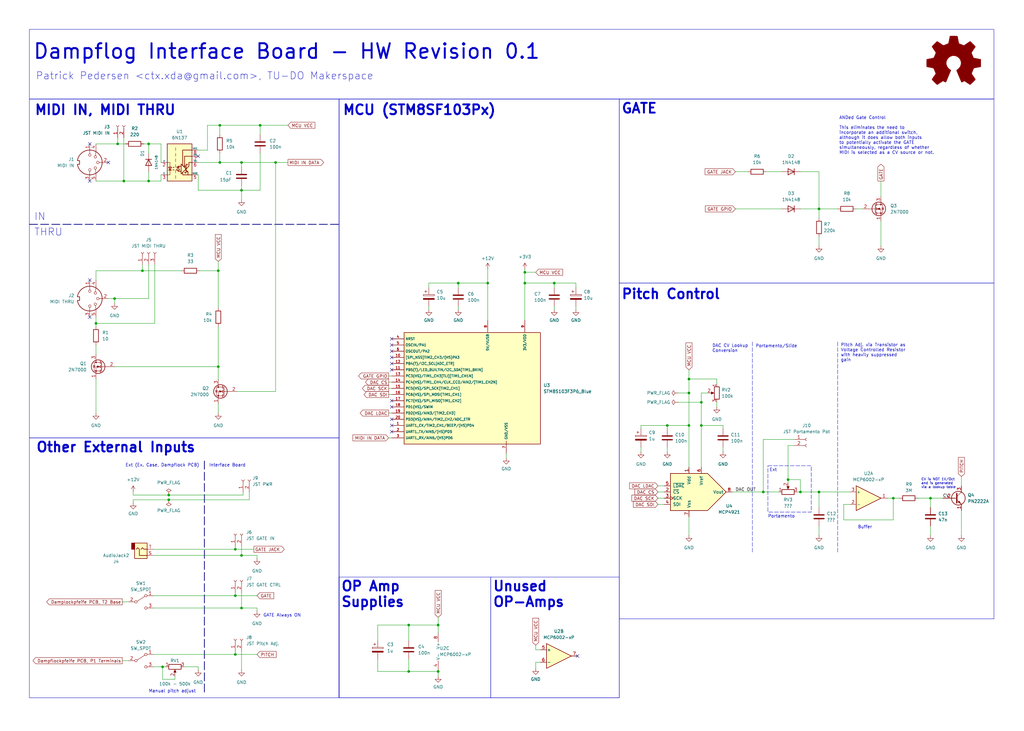
<source format=kicad_sch>
(kicad_sch (version 20230121) (generator eeschema)
  (paper "User" 419.989 299.999)
  (title_block (title "Dampflog Interface Board") (date "2023-09-05") (rev "0.1") (company "TU-DO Makerspace") (comment 8 "Email: ctx.xda@gmail.com") (comment 9 "Author: Patrick Pedersen"))
  (lib_symbols
    (symbol "Amplifier_Operational:MCP6002-xP" (pin_names (offset 0.127))
      (property "Reference" "U" (at 0 5.08 0))
      (property "Value" "MCP6002-xP" (at 0 -5.08 0))
      (symbol "MCP6002-xP_1_1"
        (pin output line (at 7.62 0 180) (length 2.54) (name "~") (number "1"))
        (pin input line (at -7.62 -2.54 0) (length 2.54) (name "-") (number "2"))
        (pin input line (at -7.62 2.54 0) (length 2.54) (name "+") (number "3"))
      )
      (symbol "MCP6002-xP_2_1"
        (pin input line (at -7.62 2.54 0) (length 2.54) (name "+") (number "5"))
        (pin input line (at -7.62 -2.54 0) (length 2.54) (name "-") (number "6"))
        (pin output line (at 7.62 0 180) (length 2.54) (name "~") (number "7"))
      )
      (symbol "MCP6002-xP_3_1"
        (pin power_in line (at -2.54 -7.62 90) (length 3.81) (name "V-") (number "4"))
        (pin power_in line (at -2.54 7.62 270) (length 3.81) (name "V+") (number "8"))
      )
    )
    (symbol "Analog_DAC:MCP4921" (pin_names (offset 1.016))
      (property "Reference" "U" (at 6.35 10.795 0))
      (property "Value" "MCP4921" (at 6.35 8.89 0))
      (symbol "MCP4921_1_1"
        (pin power_in line (at 0 10.16 270) (length 2.54) (name "Vdd") (number "1"))
        (pin input line (at -10.16 0 0) (length 2.54) (name "~{CS}") (number "2"))
        (pin input clock (at -10.16 -2.54 0) (length 2.54) (name "SCK") (number "3"))
        (pin input line (at -10.16 -5.08 0) (length 2.54) (name "SDI") (number "4"))
        (pin input line (at -10.16 2.54 0) (length 2.54) (name "~{LDAC}") (number "5"))
        (pin power_in line (at 5.08 10.16 270) (length 2.54) (name "Vref") (number "6"))
        (pin power_in line (at 0 -10.16 90) (length 2.54) (name "Vss") (number "7"))
        (pin output line (at 17.78 0 180) (length 2.54) (name "Vout") (number "8"))
      )
    )
    (symbol "Connector:Conn_01x02_Socket" (pin_names (offset 1.016) hide)
      (property "Reference" "J" (at 0 2.54 0))
      (property "Value" "Conn_01x02_Socket" (at 0 -5.08 0))
      (symbol "Conn_01x02_Socket_1_1"
        (pin passive line (at -5.08 0 0) (length 3.81) (name "Pin_1") (number "1"))
        (pin passive line (at -5.08 -2.54 0) (length 3.81) (name "Pin_2") (number "2"))
      )
    )
    (symbol "Connector:Conn_01x03_Socket" (pin_names (offset 1.016) hide)
      (property "Reference" "J" (at 0 5.08 0))
      (property "Value" "Conn_01x03_Socket" (at 0 -5.08 0))
      (symbol "Conn_01x03_Socket_1_1"
        (pin passive line (at -5.08 2.54 0) (length 3.81) (name "Pin_1") (number "1"))
        (pin passive line (at -5.08 0 0) (length 3.81) (name "Pin_2") (number "2"))
        (pin passive line (at -5.08 -2.54 0) (length 3.81) (name "Pin_3") (number "3"))
      )
    )
    (symbol "Connector:DIN-5_180degree" (pin_names (offset 1.016))
      (property "Reference" "J" (at 3.175 5.715 0))
      (property "Value" "DIN-5_180degree" (at 0 -6.35 0))
      (symbol "DIN-5_180degree_1_1"
        (pin passive line (at -7.62 0 0) (length 2.54) (name "~") (number "1"))
        (pin passive line (at 0 7.62 270) (length 2.54) (name "~") (number "2"))
        (pin passive line (at 7.62 0 180) (length 2.54) (name "~") (number "3"))
        (pin passive line (at -7.62 2.54 0) (length 2.54) (name "~") (number "4"))
        (pin passive line (at 7.62 2.54 180) (length 2.54) (name "~") (number "5"))
      )
    )
    (symbol "Connector_Audio:AudioJack2"
      (property "Reference" "J" (at 0 8.89 0))
      (property "Value" "AudioJack2" (at 0 6.35 0))
      (symbol "AudioJack2_1_1"
        (pin passive line (at 5.08 2.54 180) (length 2.54) (name "~") (number "S"))
        (pin passive line (at 5.08 0 180) (length 2.54) (name "~") (number "T"))
      )
    )
    (symbol "D_1" (pin_numbers hide) (pin_names (offset 1.016) hide)
      (property "Reference" "D" (at 0 2.54 0))
      (property "Value" "D" (at 0 -2.54 0))
      (symbol "D_1_1_1"
        (pin passive line (at -3.81 0 0) (length 2.54) (name "K") (number "1"))
        (pin passive line (at 3.81 0 180) (length 2.54) (name "A") (number "2"))
      )
    )
    (symbol "Device:C" (pin_numbers hide) (pin_names (offset 0.254))
      (property "Reference" "C" (at 0.635 2.54 0))
      (property "Value" "C" (at 0.635 -2.54 0))
      (symbol "C_1_1"
        (pin passive line (at 0 3.81 270) (length 2.794) (name "~") (number "1"))
        (pin passive line (at 0 -3.81 90) (length 2.794) (name "~") (number "2"))
      )
    )
    (symbol "Device:C_Polarized" (pin_numbers hide) (pin_names (offset 0.254))
      (property "Reference" "C" (at 0.635 2.54 0))
      (property "Value" "C_Polarized" (at 0.635 -2.54 0))
      (symbol "C_Polarized_1_1"
        (pin passive line (at 0 3.81 270) (length 2.794) (name "~") (number "1"))
        (pin passive line (at 0 -3.81 90) (length 2.794) (name "~") (number "2"))
      )
    )
    (symbol "Device:D" (pin_numbers hide) (pin_names (offset 1.016) hide)
      (property "Reference" "D" (at 0 2.54 0))
      (property "Value" "D" (at 0 -2.54 0))
      (symbol "D_1_1"
        (pin passive line (at -3.81 0 0) (length 2.54) (name "K") (number "1"))
        (pin passive line (at 3.81 0 180) (length 2.54) (name "A") (number "2"))
      )
    )
    (symbol "Device:R" (pin_numbers hide) (pin_names (offset 0))
      (property "Reference" "R" (at 2.032 0 90))
      (property "Value" "R" (at 0 0 90))
      (symbol "R_1_1"
        (pin passive line (at 0 3.81 270) (length 1.27) (name "~") (number "1"))
        (pin passive line (at 0 -3.81 90) (length 1.27) (name "~") (number "2"))
      )
    )
    (symbol "Device:R_Potentiometer" (pin_names (offset 1.016) hide)
      (property "Reference" "RV" (at -4.445 0 90))
      (property "Value" "R_Potentiometer" (at -2.54 0 90))
      (symbol "R_Potentiometer_1_1"
        (pin passive line (at 0 3.81 270) (length 1.27) (name "1") (number "1"))
        (pin passive line (at 3.81 0 180) (length 1.27) (name "2") (number "2"))
        (pin passive line (at 0 -3.81 90) (length 1.27) (name "3") (number "3"))
      )
    )
    (symbol "GND_1" (power) (pin_names (offset 0))
      (property "Value" "GND_1" (at 0 -3.81 0))
      (symbol "GND_1_1_1"
        (pin power_in line (at 0 0 270) (length 0) hide (name "GND") (number "1"))
      )
    )
    (symbol "GND_2" (power) (pin_names (offset 0))
      (property "Value" "GND_2" (at 0 -3.81 0))
      (symbol "GND_2_1_1"
        (pin power_in line (at 0 0 270) (length 0) hide (name "GND") (number "1"))
      )
    )
    (symbol "GND_3" (power) (pin_names (offset 0))
      (property "Value" "GND_3" (at 0 -3.81 0))
      (symbol "GND_3_1_1"
        (pin power_in line (at 0 0 270) (length 0) hide (name "GND") (number "1"))
      )
    )
    (symbol "GND_4" (power) (pin_names (offset 0))
      (property "Value" "GND_4" (at 0 -3.81 0))
      (symbol "GND_4_1_1"
        (pin power_in line (at 0 0 270) (length 0) hide (name "GND") (number "1"))
      )
    )
    (symbol "GND_5" (power) (pin_names (offset 0))
      (property "Value" "GND_5" (at 0 -3.81 0))
      (symbol "GND_5_1_1"
        (pin power_in line (at 0 0 270) (length 0) hide (name "GND") (number "1"))
      )
    )
    (symbol "Graphic:Logo_Open_Hardware_Large" (in_bom no) (on_board no))
    (symbol "Isolator:6N137" (pin_names (offset 0))
      (property "Reference" "U" (at -4.064 8.89 0))
      (property "Value" "6N137" (at 0 -8.89 0))
      (symbol "6N137_1_1"
        (pin no_connect line (at -5.08 5.08 0) (length 2.54) hide (name "NC") (number "1"))
        (pin passive line (at -7.62 0 0) (length 2.54) (name "A") (number "2"))
        (pin passive line (at -7.62 -5.08 0) (length 2.54) (name "C") (number "3"))
        (pin power_in line (at 7.62 -5.08 180) (length 2.54) (name "GND") (number "5"))
        (pin open_collector line (at 7.62 0 180) (length 2.54) (name "VO") (number "6"))
        (pin input line (at 7.62 2.54 180) (length 2.54) (name "EN") (number "7"))
        (pin power_in line (at 7.62 5.08 180) (length 2.54) (name "VCC") (number "8"))
      )
    )
    (symbol "STM8S103F3P6_Blue_KiCAD:STM8S103F3P6_Blue"
      (property "Reference" "U" (at -25.4 -24.13 0))
      (property "Value" "STM8S103F3P6_Blue" (at -16.51 -26.67 0))
      (symbol "STM8S103F3P6_Blue_0_0"
        (pin bidirectional line (at -31.75 -13.97 0) (length 5.08) (name "UART1_CK/TIM2_CH1/BEEP/(HS)PD4") (number "1"))
        (pin bidirectional line (at -31.75 13.97 0) (length 5.08) (name "[SPI_NSS]TIM2_CH3/(HS)PA3") (number "10"))
        (pin bidirectional line (at -31.75 8.89 0) (length 5.08) (name "PB5(T)/LED_BUILTIN/I2C_SDA[TIM1_BKIN]") (number "11"))
        (pin bidirectional line (at -31.75 11.43 0) (length 5.08) (name "PB4(T)/I2C_SCL[ADC_ETR]") (number "12"))
        (pin bidirectional line (at -31.75 6.35 0) (length 5.08) (name "PC3(HS)/TIM1_CH3[TLI][TIM1_CH1N]") (number "13"))
        (pin bidirectional line (at -31.75 3.81 0) (length 5.08) (name "PC4(HS)/TIM1_CH4/CLK_CCO/AIN2/[TIM1_CH2N]") (number "14"))
        (pin bidirectional line (at -31.75 1.27 0) (length 5.08) (name "PC5(HS)/SPI_SCK[TIM2_CH1]") (number "15"))
        (pin bidirectional line (at -31.75 -1.27 0) (length 5.08) (name "PC6(HS)/SPI_MOSI[TIM1_CH1]") (number "16"))
        (pin bidirectional line (at -31.75 -3.81 0) (length 5.08) (name "PC7(HS)/SPI_MISO[TIM1_CH2]") (number "17"))
        (pin bidirectional line (at -31.75 -6.35 0) (length 5.08) (name "PD1(HS)/SWIM") (number "18"))
        (pin bidirectional line (at -31.75 -8.89 0) (length 5.08) (name "PD2(HS)/AIN3/[TIM2_CH3]") (number "19"))
        (pin bidirectional line (at -31.75 -16.51 0) (length 5.08) (name "UART1_TX/AIN5/(HS)PD5") (number "2"))
        (pin bidirectional line (at -31.75 -11.43 0) (length 5.08) (name "PD3(HS)/AIN4/TIM2_CH2/ADC_ETR") (number "20"))
        (pin bidirectional line (at -31.75 -19.05 0) (length 5.08) (name "UART1_RX/AIN6/(HS)PD6") (number "3"))
        (pin bidirectional line (at -31.75 21.59 0) (length 5.08) (name "NRST") (number "4"))
        (pin bidirectional line (at -31.75 19.05 0) (length 5.08) (name "OSCIN/PA1") (number "5"))
        (pin bidirectional line (at -31.75 16.51 0) (length 5.08) (name "OSCOUT/PA2") (number "6"))
        (pin power_in line (at 15.24 -25.4 90) (length 5.08) (name "GND/VSS") (number "7"))
        (pin passive line (at 7.62 29.21 270) (length 5.08) (name "5V/VUSB") (number "8"))
        (pin power_in line (at 22.86 29.21 270) (length 5.08) (name "3V3/VDD") (number "9"))
      )
    )
    (symbol "Switch:SW_SPDT" (pin_names (offset 0) hide)
      (property "Reference" "SW" (at 0 4.318 0))
      (property "Value" "SW_SPDT" (at 0 -5.08 0))
      (symbol "SW_SPDT_1_1"
        (pin passive line (at 5.08 2.54 180) (length 2.54) (name "A") (number "1"))
        (pin passive line (at -5.08 0 0) (length 2.54) (name "B") (number "2"))
        (pin passive line (at 5.08 -2.54 180) (length 2.54) (name "C") (number "3"))
      )
    )
    (symbol "Transistor_BJT:PN2222A" (pin_names (offset 0) hide)
      (property "Reference" "Q" (at 5.08 1.905 0))
      (property "Value" "PN2222A" (at 5.08 0 0))
      (symbol "PN2222A_1_1"
        (pin passive line (at 2.54 -5.08 90) (length 2.54) (name "E") (number "1"))
        (pin input line (at -5.08 0 0) (length 5.08) (name "B") (number "2"))
        (pin passive line (at 2.54 5.08 270) (length 2.54) (name "C") (number "3"))
      )
    )
    (symbol "Transistor_FET:2N7000" (pin_names hide)
      (property "Reference" "Q" (at 5.08 1.905 0))
      (property "Value" "2N7000" (at 5.08 0 0))
      (symbol "2N7000_1_1"
        (pin passive line (at 2.54 -5.08 90) (length 2.54) (name "S") (number "1"))
        (pin input line (at -5.08 0 0) (length 2.54) (name "G") (number "2"))
        (pin passive line (at 2.54 5.08 270) (length 2.54) (name "D") (number "3"))
      )
    )
    (symbol "power:+12V" (power) (pin_names (offset 0))
      (property "Value" "+12V" (at 0 3.556 0))
      (symbol "+12V_1_1"
        (pin power_in line (at 0 0 90) (length 0) hide (name "+12V") (number "1"))
      )
    )
    (symbol "power:+3V3" (power) (pin_names (offset 0))
      (property "Value" "+3V3" (at 0 3.556 0))
      (symbol "+3V3_1_1"
        (pin power_in line (at 0 0 90) (length 0) hide (name "+3V3") (number "1"))
      )
    )
    (symbol "power:GND" (power) (pin_names (offset 0))
      (property "Value" "GND" (at 0 -3.81 0))
      (symbol "GND_1_1"
        (pin power_in line (at 0 0 270) (length 0) hide (name "GND") (number "1"))
      )
    )
    (symbol "power:PWR_FLAG" (power) (pin_numbers hide) (pin_names (offset 0) hide)
      (property "Value" "PWR_FLAG" (at 0 3.81 0))
      (symbol "PWR_FLAG_0_0"
        (pin power_out line (at 0 0 90) (length 0) (name "pwr") (number "1"))
      )
    )
  )
  (junction (at 328.295 201.93))
  (junction (at 50.8 74.295))
  (junction (at 106.68 51.435))
  (junction (at 60.96 74.295))
  (junction (at 66.675 273.685))
  (junction (at 335.915 85.725))
  (junction (at 179.705 275.59))
  (junction (at 60.96 59.055))
  (junction (at 287.655 165.1))
  (junction (at 99.06 249.555))
  (junction (at 99.06 78.105))
  (junction (at 99.06 227.965))
  (junction (at 46.99 122.555))
  (junction (at 89.535 150.495))
  (junction (at 179.705 256.54))
  (junction (at 48.26 59.055))
  (junction (at 96.52 225.425))
  (junction (at 335.915 201.93))
  (junction (at 167.64 275.59))
  (junction (at 200.025 116.205))
  (junction (at 323.215 196.85))
  (junction (at 96.52 268.605))
  (junction (at 69.215 203.2))
  (junction (at 187.96 116.205))
  (junction (at 282.575 161.29))
  (junction (at 287.655 174.625))
  (junction (at 215.265 116.205))
  (junction (at 215.265 111.76))
  (junction (at 39.37 132.715))
  (junction (at 58.42 111.125))
  (junction (at 90.17 66.675))
  (junction (at 313.055 201.93))
  (junction (at 90.17 51.435))
  (junction (at 282.575 174.625))
  (junction (at 366.395 204.47))
  (junction (at 273.685 174.625))
  (junction (at 99.06 66.675))
  (junction (at 113.03 66.675))
  (junction (at 89.535 111.125))
  (junction (at 69.215 205.105))
  (junction (at 227.33 116.205))
  (junction (at 381.635 204.47))
  (junction (at 167.64 256.54))
  (junction (at 282.575 155.575))
  (junction (at 96.52 244.475))
  (no_connect (at 81.28 64.135))
  (no_connect (at 160.655 174.625))
  (no_connect (at 236.855 269.24))
  (no_connect (at 160.655 144.145))
  (no_connect (at 160.655 146.685))
  (no_connect (at 160.655 149.225))
  (no_connect (at 36.83 74.295))
  (no_connect (at 160.655 141.605))
  (no_connect (at 44.45 66.675))
  (no_connect (at 160.655 177.165))
  (no_connect (at 160.655 167.005))
  (no_connect (at 36.83 59.055))
  (no_connect (at 36.83 114.935))
  (no_connect (at 160.655 164.465))
  (no_connect (at 160.655 172.085))
  (no_connect (at 36.83 130.175))
  (no_connect (at 160.655 139.065))
  (no_connect (at 160.655 151.765))
  (wire (pts (xy 48.26 59.055) (xy 51.435 59.055)))
  (wire (pts (xy 62.865 249.555) (xy 99.06 249.555)))
  (wire (pts (xy 99.06 267.335) (xy 99.06 274.955)))
  (wire (pts (xy 313.055 201.93) (xy 319.405 201.93)))
  (wire (pts (xy 66.04 71.755) (xy 66.04 74.295)))
  (wire (pts (xy 282.575 174.625) (xy 282.575 191.77)))
  (wire (pts (xy 39.37 74.295) (xy 50.8 74.295)))
  (wire (pts (xy 335.915 215.9) (xy 335.915 219.71)))
  (wire (pts (xy 335.915 97.155) (xy 335.915 100.965)))
  (wire (pts (xy 39.37 155.575) (xy 39.37 169.545)))
  (wire (pts (xy 81.28 71.755) (xy 81.28 78.105)))
  (wire (pts (xy 215.265 116.205) (xy 215.265 131.445)))
  (wire (pts (xy 361.315 74.295) (xy 361.315 80.645)))
  (wire (pts (xy 63.5 132.715) (xy 39.37 132.715)))
  (wire (pts (xy 219.71 271.78) (xy 219.71 274.32)))
  (wire (pts (xy 69.215 203.2) (xy 54.61 203.2)))
  (wire (pts (xy 219.71 264.795) (xy 219.71 266.7)))
  (wire (pts (xy 175.895 116.205) (xy 187.96 116.205)))
  (wire (pts (xy 105.41 250.825) (xy 105.41 249.555)))
  (wire (pts (xy 39.37 141.605) (xy 39.37 145.415)))
  (wire (pts (xy 99.06 78.105) (xy 106.68 78.105)))
  (wire (pts (xy 85.09 51.435) (xy 90.17 51.435)))
  (wire (pts (xy 89.535 111.125) (xy 89.535 126.365)))
  (wire (pts (xy 167.64 275.59) (xy 179.705 275.59)))
  (wire (pts (xy 90.17 62.865) (xy 90.17 66.675)))
  (wire (pts (xy 300.355 201.93) (xy 313.055 201.93)))
  (wire (pts (xy 227.33 118.11) (xy 227.33 116.205)))
  (wire (pts (xy 96.52 225.425) (xy 104.14 225.425)))
  (wire (pts (xy 66.04 66.675) (xy 66.04 59.055)))
  (wire (pts (xy 179.705 256.54) (xy 179.705 259.715)))
  (wire (pts (xy 262.89 174.625) (xy 273.685 174.625)))
  (wire (pts (xy 287.655 165.1) (xy 287.655 174.625)))
  (wire (pts (xy 85.09 51.435) (xy 85.09 61.595)))
  (wire (pts (xy 154.94 270.51) (xy 154.94 275.59)))
  (wire (pts (xy 394.335 195.58) (xy 394.335 199.39)))
  (wire (pts (xy 105.41 244.475) (xy 96.52 244.475)))
  (wire (pts (xy 159.385 154.305) (xy 160.655 154.305)))
  (wire (pts (xy 99.06 66.675) (xy 90.17 66.675)))
  (wire (pts (xy 287.655 174.625) (xy 287.655 191.77)))
  (wire (pts (xy 273.685 183.515) (xy 273.685 185.42)))
  (wire (pts (xy 74.295 111.125) (xy 58.42 111.125)))
  (wire (pts (xy 81.28 61.595) (xy 85.09 61.595)))
  (wire (pts (xy 99.06 249.555) (xy 105.41 249.555)))
  (wire (pts (xy 89.535 107.315) (xy 89.535 111.125)))
  (wire (pts (xy 99.695 203.2) (xy 69.215 203.2)))
  (wire (pts (xy 323.215 196.85) (xy 328.295 196.85)))
  (wire (pts (xy 175.895 116.205) (xy 175.895 118.11)))
  (wire (pts (xy 113.03 66.675) (xy 113.03 160.655)))
  (wire (pts (xy 227.33 116.205) (xy 215.265 116.205)))
  (wire (pts (xy 106.68 51.435) (xy 118.11 51.435)))
  (wire (pts (xy 200.025 110.49) (xy 200.025 116.205)))
  (wire (pts (xy 236.22 116.205) (xy 236.22 118.11)))
  (wire (pts (xy 154.94 275.59) (xy 167.64 275.59)))
  (wire (pts (xy 167.64 270.51) (xy 167.64 275.59)))
  (wire (pts (xy 105.41 268.605) (xy 96.52 268.605)))
  (wire (pts (xy 366.395 204.47) (xy 366.395 213.36)))
  (wire (pts (xy 282.575 174.625) (xy 282.575 161.29)))
  (wire (pts (xy 313.055 180.34) (xy 325.755 180.34)))
  (wire (pts (xy 89.535 165.735) (xy 89.535 169.545)))
  (wire (pts (xy 296.545 183.515) (xy 296.545 185.42)))
  (wire (pts (xy 60.96 59.055) (xy 66.04 59.055)))
  (wire (pts (xy 66.675 273.685) (xy 67.945 273.685)))
  (wire (pts (xy 187.96 125.73) (xy 187.96 127)))
  (wire (pts (xy 58.42 111.125) (xy 39.37 111.125)))
  (wire (pts (xy 381.635 204.47) (xy 381.635 208.28)))
  (wire (pts (xy 66.675 273.685) (xy 66.675 278.765)))
  (wire (pts (xy 328.295 196.85) (xy 328.295 201.93)))
  (wire (pts (xy 301.625 85.725) (xy 320.675 85.725)))
  (wire (pts (xy 71.755 278.765) (xy 66.675 278.765)))
  (wire (pts (xy 96.52 267.335) (xy 96.52 268.605)))
  (wire (pts (xy 187.96 116.205) (xy 200.025 116.205)))
  (wire (pts (xy 46.99 122.555) (xy 44.45 122.555)))
  (wire (pts (xy 96.52 224.155) (xy 96.52 225.425)))
  (wire (pts (xy 335.915 201.93) (xy 348.615 201.93)))
  (wire (pts (xy 159.385 169.545) (xy 160.655 169.545)))
  (wire (pts (xy 323.215 182.88) (xy 323.215 196.85)))
  (wire (pts (xy 207.645 186.055) (xy 207.645 187.96)))
  (wire (pts (xy 62.865 268.605) (xy 96.52 268.605)))
  (wire (pts (xy 282.575 151.765) (xy 282.575 155.575)))
  (wire (pts (xy 219.71 271.78) (xy 221.615 271.78)))
  (wire (pts (xy 215.265 111.76) (xy 215.265 116.205)))
  (wire (pts (xy 60.96 70.485) (xy 60.96 74.295)))
  (wire (pts (xy 294.005 165.1) (xy 294.005 167.005)))
  (wire (pts (xy 215.265 110.49) (xy 215.265 111.76)))
  (wire (pts (xy 60.96 122.555) (xy 60.96 108.585)))
  (wire (pts (xy 262.89 175.895) (xy 262.89 174.625)))
  (wire (pts (xy 50.8 56.515) (xy 50.8 74.295)))
  (wire (pts (xy 62.865 225.425) (xy 96.52 225.425)))
  (wire (pts (xy 54.61 201.93) (xy 54.61 203.2)))
  (wire (pts (xy 99.06 227.965) (xy 105.41 227.965)))
  (wire (pts (xy 89.535 155.575) (xy 89.535 150.495)))
  (wire (pts (xy 62.865 273.685) (xy 66.675 273.685)))
  (wire (pts (xy 335.915 89.535) (xy 335.915 85.725)))
  (wire (pts (xy 282.575 155.575) (xy 294.005 155.575)))
  (polyline (pts (xy 343.535 140.335) (xy 343.535 226.695)) (stroke (width 0) (type dash)))
  (wire (pts (xy 376.555 204.47) (xy 381.635 204.47)))
  (wire (pts (xy 50.165 247.015) (xy 52.705 247.015)))
  (wire (pts (xy 99.06 243.205) (xy 99.06 249.555)))
  (wire (pts (xy 328.295 201.93) (xy 335.915 201.93)))
  (wire (pts (xy 159.385 156.845) (xy 160.655 156.845)))
  (wire (pts (xy 46.99 150.495) (xy 89.535 150.495)))
  (wire (pts (xy 335.915 70.485) (xy 335.915 85.725)))
  (wire (pts (xy 71.755 277.495) (xy 71.755 278.765)))
  (wire (pts (xy 361.315 90.805) (xy 361.315 100.965)))
  (wire (pts (xy 179.705 256.54) (xy 167.64 256.54)))
  (wire (pts (xy 335.915 208.28) (xy 335.915 201.93)))
  (wire (pts (xy 381.635 215.9) (xy 381.635 219.71)))
  (wire (pts (xy 236.22 125.73) (xy 236.22 127)))
  (wire (pts (xy 314.325 70.485) (xy 320.675 70.485)))
  (wire (pts (xy 159.385 159.385) (xy 160.655 159.385)))
  (wire (pts (xy 97.155 160.655) (xy 113.03 160.655)))
  (wire (pts (xy 215.265 111.76) (xy 219.71 111.76)))
  (wire (pts (xy 269.875 201.93) (xy 272.415 201.93)))
  (wire (pts (xy 59.055 59.055) (xy 60.96 59.055)))
  (wire (pts (xy 58.42 108.585) (xy 58.42 111.125)))
  (wire (pts (xy 363.855 204.47) (xy 366.395 204.47)))
  (wire (pts (xy 227.33 116.205) (xy 236.22 116.205)))
  (wire (pts (xy 99.06 68.58) (xy 99.06 66.675)))
  (wire (pts (xy 287.655 161.29) (xy 290.195 161.29)))
  (wire (pts (xy 62.865 227.965) (xy 99.06 227.965)))
  (wire (pts (xy 60.96 74.295) (xy 66.04 74.295)))
  (wire (pts (xy 269.875 204.47) (xy 272.415 204.47)))
  (wire (pts (xy 39.37 59.055) (xy 48.26 59.055)))
  (polyline (pts (xy 308.61 140.335) (xy 308.61 226.695)) (stroke (width 0) (type dash)))
  (bus (pts (xy 83.82 189.23) (xy 83.82 285.115)) (stroke (width 0) (type dash)))
  (wire (pts (xy 159.385 161.925) (xy 160.655 161.925)))
  (wire (pts (xy 96.52 243.205) (xy 96.52 244.475)))
  (wire (pts (xy 273.685 174.625) (xy 282.575 174.625)))
  (wire (pts (xy 90.17 51.435) (xy 106.68 51.435)))
  (wire (pts (xy 346.075 213.36) (xy 346.075 207.01)))
  (wire (pts (xy 351.155 85.725) (xy 353.695 85.725)))
  (wire (pts (xy 81.28 78.105) (xy 99.06 78.105)))
  (wire (pts (xy 69.215 205.105) (xy 102.235 205.105)))
  (wire (pts (xy 90.17 55.245) (xy 90.17 51.435)))
  (wire (pts (xy 262.89 183.515) (xy 262.89 185.42)))
  (wire (pts (xy 113.03 66.675) (xy 118.11 66.675)))
  (wire (pts (xy 99.06 76.2) (xy 99.06 78.105)))
  (wire (pts (xy 282.575 212.09) (xy 282.575 219.71)))
  (wire (pts (xy 99.06 224.155) (xy 99.06 227.965)))
  (bus (pts (xy 12.065 92.075) (xy 139.065 92.075)) (stroke (width 0) (type dash)))
  (wire (pts (xy 278.13 165.1) (xy 287.655 165.1)))
  (wire (pts (xy 48.26 56.515) (xy 48.26 59.055)))
  (wire (pts (xy 62.865 244.475) (xy 96.52 244.475)))
  (wire (pts (xy 106.68 51.435) (xy 106.68 55.245)))
  (wire (pts (xy 179.705 274.955) (xy 179.705 275.59)))
  (wire (pts (xy 328.295 70.485) (xy 335.915 70.485)))
  (wire (pts (xy 200.025 116.205) (xy 200.025 131.445)))
  (wire (pts (xy 187.96 118.11) (xy 187.96 116.205)))
  (wire (pts (xy 328.295 201.93) (xy 327.025 201.93)))
  (wire (pts (xy 313.055 180.34) (xy 313.055 201.93)))
  (wire (pts (xy 54.61 205.105) (xy 69.215 205.105)))
  (wire (pts (xy 366.395 213.36) (xy 346.075 213.36)))
  (wire (pts (xy 346.075 207.01) (xy 348.615 207.01)))
  (wire (pts (xy 60.96 59.055) (xy 60.96 62.865)))
  (wire (pts (xy 381.635 204.47) (xy 386.715 204.47)))
  (wire (pts (xy 39.37 111.125) (xy 39.37 114.935)))
  (wire (pts (xy 99.06 78.105) (xy 99.06 81.915)))
  (wire (pts (xy 335.915 85.725) (xy 343.535 85.725)))
  (wire (pts (xy 50.165 271.145) (xy 52.705 271.145)))
  (wire (pts (xy 323.215 198.12) (xy 323.215 196.85)))
  (wire (pts (xy 278.13 161.29) (xy 282.575 161.29)))
  (wire (pts (xy 219.71 266.7) (xy 221.615 266.7)))
  (wire (pts (xy 282.575 161.29) (xy 282.575 155.575)))
  (wire (pts (xy 90.17 66.675) (xy 81.28 66.675)))
  (wire (pts (xy 175.895 125.73) (xy 175.895 127)))
  (wire (pts (xy 39.37 132.715) (xy 39.37 133.985)))
  (wire (pts (xy 227.33 125.73) (xy 227.33 127)))
  (wire (pts (xy 81.28 274.955) (xy 81.28 273.685)))
  (wire (pts (xy 54.61 206.375) (xy 54.61 205.105)))
  (wire (pts (xy 167.64 256.54) (xy 167.64 262.89)))
  (wire (pts (xy 89.535 111.125) (xy 81.915 111.125)))
  (wire (pts (xy 105.41 227.965) (xy 105.41 229.235)))
  (wire (pts (xy 102.235 201.93) (xy 102.235 205.105)))
  (wire (pts (xy 301.625 70.485) (xy 306.705 70.485)))
  (wire (pts (xy 335.915 85.725) (xy 328.295 85.725)))
  (wire (pts (xy 269.875 199.39) (xy 272.415 199.39)))
  (wire (pts (xy 179.705 275.59) (xy 179.705 277.495)))
  (wire (pts (xy 81.28 273.685) (xy 75.565 273.685)))
  (wire (pts (xy 296.545 175.895) (xy 296.545 174.625)))
  (wire (pts (xy 63.5 108.585) (xy 63.5 132.715)))
  (wire (pts (xy 99.06 66.675) (xy 113.03 66.675)))
  (wire (pts (xy 154.94 256.54) (xy 154.94 262.89)))
  (wire (pts (xy 99.695 201.93) (xy 99.695 203.2)))
  (wire (pts (xy 366.395 204.47) (xy 368.935 204.47)))
  (wire (pts (xy 39.37 130.175) (xy 39.37 132.715)))
  (wire (pts (xy 50.8 74.295) (xy 60.96 74.295)))
  (wire (pts (xy 167.64 256.54) (xy 154.94 256.54)))
  (wire (pts (xy 294.005 155.575) (xy 294.005 157.48)))
  (wire (pts (xy 394.335 209.55) (xy 394.335 219.71)))
  (wire (pts (xy 159.385 179.705) (xy 160.655 179.705)))
  (wire (pts (xy 89.535 133.985) (xy 89.535 150.495)))
  (wire (pts (xy 287.655 161.29) (xy 287.655 165.1)))
  (wire (pts (xy 287.655 174.625) (xy 296.545 174.625)))
  (wire (pts (xy 46.99 122.555) (xy 60.96 122.555)))
  (wire (pts (xy 323.215 182.88) (xy 325.755 182.88)))
  (wire (pts (xy 273.685 175.895) (xy 273.685 174.625)))
  (wire (pts (xy 46.99 124.46) (xy 46.99 122.555)))
  (wire (pts (xy 106.68 62.865) (xy 106.68 78.105)))
  (wire (pts (xy 179.705 253.365) (xy 179.705 256.54)))
  (wire (pts (xy 269.875 207.01) (xy 272.415 207.01)))
  (rectangle (start 254 116.205) (end 407.67 254))
  (rectangle (start 201.295 236.855) (end 254 286.385))
  (rectangle (start 254 40.64) (end 407.67 116.205))
  (rectangle (start 12.065 179.705) (end 139.065 286.385))
  (rectangle (start 139.065 236.855) (end 201.295 286.385))
  (rectangle (start 407.67 254) (end 407.67 254))
  (rectangle (start 314.96 191.135) (end 332.74 210.185) (stroke (width 0) (type dash)))
  (rectangle (start 12.065 40.64) (end 139.065 179.705))
  (rectangle (start 12.065 12.065) (end 407.67 40.64))
  (rectangle (start 139.065 40.64) (end 254 286.385))
  (text "GATE" (at 254.635 46.99 0) (effects (font (size 4 4) (thickness 0.8) bold) (justify left bottom)))
  (text "DAC CV Lookup\nConversion" (at 292.1 144.78 0) (effects (font (size 1.27 1.27)) (justify left bottom)))
  (text "Ext (Ex. Case, Dampflock PCB)" (at 51.435 191.77 0) (effects (font (size 1.27 1.27)) (justify left bottom)))
  (text "MCU (STM8SF103Px)" (at 140.335 47.625 0) (effects (font (size 4 4) (thickness 0.8) bold) (justify left bottom)))
  (text "Ext" (at 315.595 193.675 0) (effects (font (size 1.27 1.27)) (justify left bottom)))
  (text "MIDI IN, MIDI THRU" (at 13.97 47.625 0) (effects (font (size 4 4) (thickness 0.8) bold) (justify left bottom)))
  (text "Patrick Pedersen <ctx.xda@gmail.com>, TU-DO Makerspace" (at 14.605 33.02 0) (effects (font (size 3 3)) (justify left bottom)))
  (text "Dampflog Interface Board - HW Revision 0.1" (at 13.335 24.765 0) (effects (font (size 6 6) (thickness 0.8) bold) (justify left bottom)))
  (text "CV is NOT 1V/Oct\nand is generated\nvia a lookup table" (at 377.825 200.66 0) (effects (font (size 1 1)) (justify left bottom)))
  (text "Buffer" (at 351.79 217.17 0) (effects (font (size 1.27 1.27)) (justify left bottom)))
  (text "GATE Always ON" (at 107.95 253.365 0) (effects (font (size 1.27 1.27)) (justify left bottom)))
  (text "ANDed Gate Control\n\nThis eliminates the need to\nincorporate an additional switch,\nalthough it does allow both inputs\nto potentially activate the GATE\nsimultaneously, regardless of whether\nMIDI is selected as a CV source or not." (at 344.17 63.5 0) (effects (font (size 1.27 1.27)) (justify left bottom)))
  (text "Interface Board" (at 85.725 191.77 0) (effects (font (size 1.27 1.27)) (justify left bottom)))
  (text "Portamento/Slide" (at 309.88 142.875 0) (effects (font (size 1.27 1.27)) (justify left bottom)))
  (text "Other External Inputs" (at 14.605 186.055 0) (effects (font (size 4 4) (thickness 0.8) bold) (justify left bottom)))
  (text "Portamento" (at 314.96 212.725 0) (effects (font (size 1.27 1.27)) (justify left bottom)))
  (text "Pitch Adj. via Transistor as\nVoltage Controlled Resistor\nwith heavily suppressed\ngain" (at 344.805 148.59 0) (effects (font (size 1.27 1.27)) (justify left bottom)))
  (text "Manual pitch adjust" (at 60.96 284.48 0) (effects (font (size 1.27 1.27)) (justify left bottom)))
  (text "THRU" (at 13.97 97.155 0) (effects (font (size 3 3)) (justify left bottom)))
  (text "IN" (at 13.97 90.805 0) (effects (font (size 3 3)) (justify left bottom)))
  (text "Pitch Control" (at 254.635 123.19 0) (effects (font (size 4 4) (thickness 0.8) bold) (justify left bottom)))
  (text "Unused\nOP-Amps" (at 201.93 249.555 0) (effects (font (size 4 4) (thickness 0.8) bold) (justify left bottom)))
  (text "OP Amp\nSupplies" (at 139.7 249.555 0) (effects (font (size 4 4) (thickness 0.8) bold) (justify left bottom)))
  (label "DAC OUT" (at 301.625 201.93 0))
  (label "CV" (at 386.715 204.47 0))
  (global_label "Damplockpfeife PCB, T2 Base" (shape output) (at 50.165 247.015 180) (property "Intersheetrefs" "${INTERSHEET_REFS}" (effects hide)))
  (global_label "DAC SCK" (shape input) (at 269.875 204.47 180) (property "Intersheetrefs" "${INTERSHEET_REFS}" (effects hide)))
  (global_label "DAC LDAC" (shape input) (at 269.875 199.39 180) (property "Intersheetrefs" "${INTERSHEET_REFS}" (effects hide)))
  (global_label "MCU VCC" (shape input) (at 219.71 111.76 0) (property "Intersheetrefs" "${INTERSHEET_REFS}" (effects hide)))
  (global_label "PITCH" (shape input) (at 105.41 268.605 0) (property "Intersheetrefs" "${INTERSHEET_REFS}" (effects hide)))
  (global_label "DAC SDI" (shape output) (at 159.385 161.925 180) (property "Intersheetrefs" "${INTERSHEET_REFS}" (effects hide)))
  (global_label "MCU VCC" (shape input) (at 282.575 151.765 90) (property "Intersheetrefs" "${INTERSHEET_REFS}" (effects hide)))
  (global_label "GATE JACK" (shape input) (at 301.625 70.485 180) (property "Intersheetrefs" "${INTERSHEET_REFS}" (effects hide)))
  (global_label "GATE JACK" (shape output) (at 104.14 225.425 0) (property "Intersheetrefs" "${INTERSHEET_REFS}" (effects hide)))
  (global_label "MCU VCC" (shape input) (at 219.71 264.795 90) (property "Intersheetrefs" "${INTERSHEET_REFS}" (effects hide)))
  (global_label "PITCH" (shape input) (at 394.335 195.58 90) (property "Intersheetrefs" "${INTERSHEET_REFS}" (effects hide)))
  (global_label "DAC LDAC" (shape output) (at 159.385 169.545 180) (property "Intersheetrefs" "${INTERSHEET_REFS}" (effects hide)))
  (global_label "MIDI IN DATA" (shape input) (at 159.385 179.705 180) (property "Intersheetrefs" "${INTERSHEET_REFS}" (effects hide)))
  (global_label "DAC SDI" (shape input) (at 269.875 207.01 180) (property "Intersheetrefs" "${INTERSHEET_REFS}" (effects hide)))
  (global_label "GATE GPIO" (shape output) (at 159.385 154.305 180) (property "Intersheetrefs" "${INTERSHEET_REFS}" (effects hide)))
  (global_label "DAC CS" (shape input) (at 269.875 201.93 180) (property "Intersheetrefs" "${INTERSHEET_REFS}" (effects hide)))
  (global_label "GATE GPIO" (shape input) (at 301.625 85.725 180) (property "Intersheetrefs" "${INTERSHEET_REFS}" (effects hide)))
  (global_label "MIDI IN DATA" (shape output) (at 118.11 66.675 0) (property "Intersheetrefs" "${INTERSHEET_REFS}" (effects hide)))
  (global_label "DAC SCK" (shape output) (at 159.385 159.385 180) (property "Intersheetrefs" "${INTERSHEET_REFS}" (effects hide)))
  (global_label "Dampflockpfeife PCB, P1 Terminals" (shape output) (at 50.165 271.145 180) (property "Intersheetrefs" "${INTERSHEET_REFS}" (effects hide)))
  (global_label "GATE" (shape output) (at 361.315 74.295 90) (property "Intersheetrefs" "${INTERSHEET_REFS}" (effects hide)))
  (global_label "GATE" (shape input) (at 105.41 244.475 0) (property "Intersheetrefs" "${INTERSHEET_REFS}" (effects hide)))
  (global_label "MCU VCC" (shape input) (at 89.535 107.315 90) (property "Intersheetrefs" "${INTERSHEET_REFS}" (effects hide)))
  (global_label "MCU VCC" (shape input) (at 179.705 253.365 90) (property "Intersheetrefs" "${INTERSHEET_REFS}" (effects hide)))
  (global_label "DAC CS" (shape output) (at 159.385 156.845 180) (property "Intersheetrefs" "${INTERSHEET_REFS}" (effects hide)))
  (global_label "MCU VCC" (shape input) (at 118.11 51.435 0) (property "Intersheetrefs" "${INTERSHEET_REFS}" (effects hide)))
  (symbol (lib_id "Switch:SW_SPDT") (at 57.785 271.145 0) (unit 1) (on_board no)
    (property "Reference" "SW2" (at 57.785 263.525 0))
    (property "Value" "SW_SPDT" (at 57.785 266.065 0))
  )
  (symbol (lib_id "Device:R_Potentiometer") (at 71.755 273.685 90) (mirror x) (unit 1) (on_board no)
    (property "Reference" "RV1" (at 71.755 271.145 90))
    (property "Value" "100k - 500k" (at 71.755 280.67 90))
  )
  (symbol (lib_id "Connector:Conn_01x02_Socket") (at 96.52 219.075 90) (unit 1)
    (property "Reference" "J6" (at 100.965 218.44 90) (effects (justify right)))
    (property "Value" "JST GATE IN" (at 100.965 220.98 90) (effects (justify right)))
    (property "Footprint" "Connector_JST:JST_XH_B2B-XH-A_1x02_P2.50mm_Vertical" (effects hide))
  )
  (symbol (lib_id "Device:C_Polarized") (at 262.89 179.705 0) (unit 1)
    (property "Reference" "C9" (at 266.065 177.546 0) (effects (justify left)))
    (property "Value" "1u" (at 266.065 180.086 0) (effects (justify left)))
    (property "Footprint" "Capacitor_THT:CP_Radial_D5.0mm_P2.00mm" (effects hide))
  )
  (symbol (lib_id "Connector:Conn_01x02_Socket") (at 96.52 262.255 90) (unit 1)
    (property "Reference" "J8" (at 100.965 261.62 90) (effects (justify right)))
    (property "Value" "JST Pitch Adj." (at 100.965 264.16 90) (effects (justify right)))
    (property "Footprint" "Connector_JST:JST_XH_B2B-XH-A_1x02_P2.50mm_Vertical" (effects hide))
  )
  (symbol (lib_id "Device:C") (at 273.685 179.705 0) (unit 1)
    (property "Reference" "C10" (at 276.86 178.435 0) (effects (justify left)))
    (property "Value" "100n" (at 276.86 180.975 0) (effects (justify left)))
    (property "Footprint" "Capacitor_THT:C_Disc_D3.0mm_W2.0mm_P2.50mm" (effects hide))
  )
  (symbol (lib_id "Device:R") (at 335.915 93.345 0) (unit 1)
    (property "Reference" "R7" (at 337.82 92.075 0) (effects (justify left)))
    (property "Value" "220k" (at 337.82 94.615 0) (effects (justify left)))
    (property "Footprint" "Resistor_THT:R_Axial_DIN0207_L6.3mm_D2.5mm_P7.62mm_Horizontal" (effects hide))
  )
  (symbol (lib_id "Amplifier_Operational:MCP6002-xP") (at 356.235 204.47 0) (unit 1)
    (property "Reference" "U2" (at 356.235 194.31 0))
    (property "Value" "MCP6002-xP" (at 356.235 196.85 0))
    (property "Footprint" "Package_DIP:DIP-8_W7.62mm_Socket" (effects hide))
    (property "Datasheet" "http://ww1.microchip.com/downloads/en/DeviceDoc/21733j.pdf" (effects hide))
  )
  (symbol (lib_id "Device:R") (at 372.745 204.47 90) (unit 1)
    (property "Reference" "R9" (at 372.745 198.755 90))
    (property "Value" "3M" (at 372.745 201.295 90))
    (property "Footprint" "Resistor_THT:R_Axial_DIN0207_L6.3mm_D2.5mm_P7.62mm_Horizontal" (effects hide))
  )
  (symbol (lib_name "GND_3") (lib_id "power:GND") (at 394.335 219.71 0) (unit 1)
    (property "Reference" "#PWR028" (effects hide))
    (property "Value" "GND" (at 394.335 224.79 0))
  )
  (symbol (lib_name "GND_3") (lib_id "power:GND") (at 294.005 167.005 0) (unit 1)
    (property "Reference" "#PWR022" (effects hide))
    (property "Value" "GND" (at 294.005 172.085 0))
  )
  (symbol (lib_id "Device:C") (at 106.68 59.055 0) (unit 1)
    (property "Reference" "C2" (at 110.49 57.785 0) (effects (justify left)))
    (property "Value" "100n" (at 110.49 60.325 0) (effects (justify left)))
    (property "Footprint" "Capacitor_THT:C_Disc_D3.0mm_W2.0mm_P2.50mm" (effects hide))
  )
  (symbol (lib_id "Device:C") (at 187.96 121.92 0) (unit 1)
    (property "Reference" "C6" (at 191.77 120.65 0) (effects (justify left)))
    (property "Value" "100n" (at 191.77 123.19 0) (effects (justify left)))
    (property "Footprint" "Capacitor_THT:C_Disc_D3.0mm_W2.0mm_P2.50mm" (effects hide))
  )
  (symbol (lib_id "Connector:DIN-5_180degree") (at 36.83 66.675 270) (unit 1) (on_board no)
    (property "Reference" "J1" (at 30.48 65.4051 90) (effects (justify right)))
    (property "Value" "MIDI IN" (at 30.48 67.9451 90) (effects (justify right)))
    (property "Datasheet" "http://www.mouser.com/ds/2/18/40_c091_abd_e-75918.pdf" (effects hide))
  )
  (symbol (lib_id "power:+3V3") (at 215.265 110.49 0) (unit 1)
    (property "Reference" "#PWR015" (effects hide))
    (property "Value" "+3V3" (at 215.265 105.41 0))
  )
  (symbol (lib_id "Device:C") (at 335.915 212.09 0) (unit 1)
    (property "Reference" "C12" (at 339.09 210.82 0) (effects (justify left)))
    (property "Value" "???" (at 339.09 213.36 0) (effects (justify left)))
    (property "Footprint" "Capacitor_THT:CP_Radial_D5.0mm_P2.00mm" (effects hide))
  )
  (symbol (lib_id "power:GND") (at 89.535 169.545 0) (mirror y) (unit 1)
    (property "Reference" "#PWR05" (effects hide))
    (property "Value" "GND" (at 89.535 174.625 0))
  )
  (symbol (lib_id "Device:R") (at 347.345 85.725 90) (unit 1)
    (property "Reference" "R8" (at 347.345 79.375 90))
    (property "Value" "10k" (at 347.345 81.915 90))
    (property "Footprint" "Resistor_THT:R_Axial_DIN0207_L6.3mm_D2.5mm_P7.62mm_Horizontal" (effects hide))
  )
  (symbol (lib_id "Device:C") (at 381.635 212.09 0) (unit 1)
    (property "Reference" "C13" (at 384.81 210.82 0) (effects (justify left)))
    (property "Value" "47n" (at 384.81 213.36 0) (effects (justify left)))
    (property "Footprint" "Capacitor_THT:C_Disc_D3.0mm_W2.0mm_P2.50mm" (effects hide))
  )
  (symbol (lib_id "Device:D") (at 60.96 66.675 270) (unit 1)
    (property "Reference" "D1" (at 58.42 61.595 0) (effects (justify left)))
    (property "Value" "1N4148" (at 64.135 66.675 0) (effects (font (size 1 1))))
    (property "Footprint" "Diode_THT:D_A-405_P7.62mm_Horizontal" (effects hide))
  )
  (symbol (lib_name "GND_4") (lib_id "power:GND") (at 207.645 187.96 0) (unit 1)
    (property "Reference" "#PWR014" (effects hide))
    (property "Value" "GND" (at 207.645 192.405 0))
  )
  (symbol (lib_id "power:+12V") (at 54.61 201.93 0) (unit 1)
    (property "Reference" "#PWR03" (effects hide))
    (property "Value" "+12V" (at 54.61 196.85 0))
  )
  (symbol (lib_name "GND_3") (lib_id "power:GND") (at 296.545 185.42 0) (unit 1)
    (property "Reference" "#PWR023" (effects hide))
    (property "Value" "GND" (at 296.545 190.5 0))
  )
  (symbol (lib_id "power:PWR_FLAG") (at 278.13 165.1 90) (unit 1)
    (property "Reference" "#FLG04" (effects hide))
    (property "Value" "PWR_FLAG" (at 274.955 165.1 90) (effects (justify left)))
  )
  (symbol (lib_name "GND_1") (lib_id "power:GND") (at 99.06 274.955 0) (unit 1)
    (property "Reference" "#PWR09" (effects hide))
    (property "Value" "GND" (at 99.06 280.035 0))
  )
  (symbol (lib_id "Device:R") (at 78.105 111.125 270) (mirror x) (unit 1)
    (property "Reference" "R3" (at 78.105 104.775 90))
    (property "Value" "33" (at 78.105 107.315 90))
    (property "Footprint" "Resistor_THT:R_Axial_DIN0207_L6.3mm_D2.5mm_P7.62mm_Horizontal" (effects hide))
  )
  (symbol (lib_name "GND_3") (lib_id "power:GND") (at 381.635 219.71 0) (unit 1)
    (property "Reference" "#PWR027" (effects hide))
    (property "Value" "GND" (at 381.635 224.79 0))
  )
  (symbol (lib_name "GND_4") (lib_id "power:GND") (at 187.96 127 0) (unit 1)
    (property "Reference" "#PWR012" (effects hide))
    (property "Value" "GND" (at 187.96 131.445 0))
  )
  (symbol (lib_id "Connector:Conn_01x02_Socket") (at 96.52 238.125 90) (unit 1)
    (property "Reference" "J7" (at 100.965 237.49 90) (effects (justify right)))
    (property "Value" "JST GATE CTRL" (at 100.965 240.03 90) (effects (justify right)))
    (property "Footprint" "Connector_JST:JST_XH_B2B-XH-A_1x02_P2.50mm_Vertical" (effects hide))
  )
  (symbol (lib_id "Connector:Conn_01x02_Socket") (at 48.26 51.435 90) (unit 1)
    (property "Reference" "J3" (at 45.085 52.07 90) (effects (justify left)))
    (property "Value" "JST MIDI IN" (at 45.085 54.61 90) (effects (justify left)))
    (property "Footprint" "Connector_JST:JST_XH_B2B-XH-A_1x02_P2.50mm_Vertical" (effects hide))
  )
  (symbol (lib_name "GND_3") (lib_id "power:GND") (at 282.575 219.71 0) (unit 1)
    (property "Reference" "#PWR021" (effects hide))
    (property "Value" "GND" (at 282.575 224.79 0))
  )
  (symbol (lib_name "GND_4") (lib_id "power:GND") (at 236.22 127 0) (mirror y) (unit 1)
    (property "Reference" "#PWR018" (effects hide))
    (property "Value" "GND" (at 236.22 131.445 0))
  )
  (symbol (lib_id "power:PWR_FLAG") (at 278.13 161.29 90) (unit 1)
    (property "Reference" "#FLG03" (effects hide))
    (property "Value" "PWR_FLAG" (at 274.955 161.29 90) (effects (justify left)))
  )
  (symbol (lib_id "Connector:Conn_01x03_Socket") (at 60.96 103.505 90) (unit 1)
    (property "Reference" "J5" (at 60.96 98.425 90))
    (property "Value" "JST MIDI THRU" (at 60.96 100.965 90))
    (property "Footprint" "Connector_JST:JST_XH_B3B-XH-A_1x03_P2.50mm_Vertical" (effects hide))
  )
  (symbol (lib_id "Connector:Conn_01x02_Socket") (at 99.695 196.85 90) (unit 1)
    (property "Reference" "J9" (at 103.505 196.215 90) (effects (justify right)))
    (property "Value" "JST PWR" (at 103.505 198.755 90) (effects (justify right)))
    (property "Footprint" "Connector_JST:JST_XH_B2B-XH-A_1x02_P2.50mm_Vertical" (effects hide))
  )
  (symbol (lib_id "power:GND") (at 39.37 169.545 0) (mirror y) (unit 1)
    (property "Reference" "#PWR01" (effects hide))
    (property "Value" "GND" (at 39.37 174.625 0))
  )
  (symbol (lib_id "Device:C_Polarized") (at 175.895 121.92 0) (unit 1)
    (property "Reference" "C5" (at 179.07 119.761 0) (effects (justify left)))
    (property "Value" "10u" (at 179.07 122.301 0) (effects (justify left)))
    (property "Footprint" "Capacitor_THT:CP_Radial_D5.0mm_P2.00mm" (effects hide))
  )
  (symbol (lib_name "D_1") (lib_id "Device:D") (at 324.485 70.485 180) (unit 1)
    (property "Reference" "D2" (at 324.485 64.135 0))
    (property "Value" "1N4148" (at 324.485 66.675 0))
    (property "Footprint" "Diode_THT:D_A-405_P7.62mm_Horizontal" (effects hide))
    (property "Sim.Device" "D" (effects hide))
    (property "Sim.Pins" "1=K 2=A" (effects hide))
  )
  (symbol (lib_id "power:GND") (at 46.99 124.46 0) (mirror y) (unit 1)
    (property "Reference" "#PWR02" (effects hide))
    (property "Value" "GND" (at 46.99 129.54 0))
  )
  (symbol (lib_id "Graphic:Logo_Open_Hardware_Large") (at 391.16 26.035 0) (unit 1) (in_bom no) (on_board no)
    (property "Reference" "#SYM1" (effects hide))
    (property "Value" "Logo_Open_Hardware_Large" (effects hide))
    (property "Sim.Enable" "0" (effects hide))
  )
  (symbol (lib_id "power:PWR_FLAG") (at 69.215 205.105 180) (unit 1)
    (property "Reference" "#FLG02" (effects hide))
    (property "Value" "PWR_FLAG" (at 69.215 209.55 0))
  )
  (symbol (lib_id "Switch:SW_SPDT") (at 57.785 247.015 0) (unit 1) (on_board no)
    (property "Reference" "SW1" (at 57.785 239.395 0))
    (property "Value" "SW_SPDT" (at 57.785 241.935 0))
  )
  (symbol (lib_id "Device:C_Polarized") (at 236.22 121.92 0) (unit 1)
    (property "Reference" "C8" (at 239.395 119.761 0) (effects (justify left)))
    (property "Value" "10u" (at 239.395 122.301 0) (effects (justify left)))
    (property "Footprint" "Capacitor_THT:CP_Radial_D5.0mm_P2.00mm" (effects hide))
  )
  (symbol (lib_id "power:+12V") (at 200.025 110.49 0) (unit 1)
    (property "Reference" "#PWR013" (effects hide))
    (property "Value" "+12V" (at 200.025 106.045 0))
  )
  (symbol (lib_name "GND_5") (lib_id "power:GND") (at 54.61 206.375 0) (unit 1)
    (property "Reference" "#PWR04" (effects hide))
    (property "Value" "GND" (at 54.61 210.82 0))
  )
  (symbol (lib_id "Device:C") (at 167.64 266.7 0) (unit 1)
    (property "Reference" "C4" (at 171.45 265.43 0) (effects (justify left)))
    (property "Value" "100n" (at 171.45 267.97 0) (effects (justify left)))
    (property "Footprint" "Capacitor_THT:C_Disc_D3.0mm_W2.0mm_P2.50mm" (effects hide))
  )
  (symbol (lib_id "Device:C") (at 227.33 121.92 0) (mirror y) (unit 1)
    (property "Reference" "C7" (at 219.075 120.65 0) (effects (justify right)))
    (property "Value" "100n" (at 219.075 123.19 0) (effects (justify right)))
    (property "Footprint" "Capacitor_THT:C_Disc_D3.0mm_W2.0mm_P2.50mm" (effects hide))
  )
  (symbol (lib_id "power:PWR_FLAG") (at 69.215 203.2 0) (unit 1)
    (property "Reference" "#FLG01" (effects hide))
    (property "Value" "PWR_FLAG" (at 69.215 198.12 0))
  )
  (symbol (lib_id "Device:R") (at 55.245 59.055 90) (unit 1)
    (property "Reference" "R2" (at 55.245 52.705 90))
    (property "Value" "220" (at 55.245 55.245 90))
    (property "Footprint" "Resistor_THT:R_Axial_DIN0207_L6.3mm_D2.5mm_P7.62mm_Horizontal" (effects hide))
  )
  (symbol (lib_id "Device:R_Potentiometer") (at 323.215 201.93 90) (unit 1) (on_board no)
    (property "Reference" "RV3" (at 323.215 205.105 90))
    (property "Value" "???" (at 323.215 207.645 90))
  )
  (symbol (lib_name "GND_4") (lib_id "power:GND") (at 175.895 127 0) (unit 1)
    (property "Reference" "#PWR010" (effects hide))
    (property "Value" "GND" (at 175.895 131.445 0))
  )
  (symbol (lib_id "STM8S103F3P6_Blue_KiCAD:STM8S103F3P6_Blue") (at 192.405 160.655 0) (unit 1)
    (property "Reference" "U3" (at 222.885 158.115 0) (effects (justify left)))
    (property "Value" "STM8S103F3P6_Blue" (at 222.885 160.655 0) (effects (justify left)))
    (property "Footprint" "STM8S103F3P6_Devboard_KiCAD:STM8S103F3P6_Blue" (effects hide))
  )
  (symbol (lib_name "GND_3") (lib_id "power:GND") (at 335.915 100.965 0) (unit 1)
    (property "Reference" "#PWR024" (effects hide))
    (property "Value" "GND" (at 335.915 106.045 0))
  )
  (symbol (lib_id "Transistor_BJT:PN2222A") (at 391.795 204.47 0) (unit 1)
    (property "Reference" "Q4" (at 396.875 203.2 0) (effects (justify left)))
    (property "Value" "PN2222A" (at 396.875 205.74 0) (effects (justify left)))
    (property "Footprint" "Package_TO_SOT_THT:TO-92_Inline" (effects hide))
    (property "Datasheet" "https://www.onsemi.com/pub/Collateral/PN2222-D.PDF" (effects hide))
  )
  (symbol (lib_id "Connector:DIN-5_180degree") (at 36.83 122.555 270) (unit 1) (on_board no)
    (property "Reference" "J2" (at 30.48 121.2851 90) (effects (justify right)))
    (property "Value" "MIDI THRU" (at 30.48 123.8251 90) (effects (justify right)))
    (property "Datasheet" "http://www.mouser.com/ds/2/18/40_c091_abd_e-75918.pdf" (effects hide))
  )
  (symbol (lib_id "Transistor_FET:2N7000") (at 92.075 160.655 0) (mirror y) (unit 1)
    (property "Reference" "Q2" (at 85.725 159.385 0) (effects (justify left)))
    (property "Value" "2N7000" (at 85.725 161.925 0) (effects (justify left)))
    (property "Footprint" "Package_TO_SOT_THT:TO-92_Inline" (effects hide))
    (property "Datasheet" "https://www.vishay.com/docs/70226/70226.pdf" (effects hide))
  )
  (symbol (lib_name "GND_4") (lib_id "power:GND") (at 227.33 127 0) (mirror y) (unit 1)
    (property "Reference" "#PWR017" (effects hide))
    (property "Value" "GND" (at 227.33 131.445 0))
  )
  (symbol (lib_id "Isolator:6N137") (at 73.66 66.675 0) (unit 1)
    (property "Reference" "U1" (at 73.66 53.975 0))
    (property "Value" "6N137" (at 73.66 56.515 0))
    (property "Footprint" "Package_DIP:DIP-8_W7.62mm_Socket" (effects hide))
    (property "Datasheet" "https://docs.broadcom.com/docs/AV02-0940EN" (effects hide))
  )
  (symbol (lib_id "Connector_Audio:AudioJack2") (at 57.785 225.425 0) (mirror x) (unit 1) (on_board no)
    (property "Reference" "J4" (at 47.625 230.505 0))
    (property "Value" "AudioJack2" (at 47.625 227.965 0))
  )
  (symbol (lib_id "Device:R_Potentiometer") (at 294.005 161.29 0) (mirror y) (unit 1)
    (property "Reference" "RV2" (at 295.91 160.02 0) (effects (justify right)))
    (property "Value" "100k" (at 295.91 162.56 0) (effects (justify right)))
    (property "Footprint" "Potentiometer_THT:Potentiometer_Bourns_3296X_Horizontal" (effects hide))
  )
  (symbol (lib_name "GND_3") (lib_id "power:GND") (at 273.685 185.42 0) (unit 1)
    (property "Reference" "#PWR020" (effects hide))
    (property "Value" "GND" (at 273.685 190.5 0))
  )
  (symbol (lib_name "GND_3") (lib_id "power:GND") (at 361.315 100.965 0) (unit 1)
    (property "Reference" "#PWR026" (effects hide))
    (property "Value" "GND" (at 361.315 106.045 0))
  )
  (symbol (lib_id "Device:R") (at 90.17 59.055 180) (unit 1)
    (property "Reference" "R5" (at 92.71 57.7849 0) (effects (justify right)))
    (property "Value" "10k" (at 92.71 60.3249 0) (effects (justify right)))
    (property "Footprint" "Resistor_THT:R_Axial_DIN0207_L6.3mm_D2.5mm_P7.62mm_Horizontal" (effects hide))
  )
  (symbol (lib_id "Device:C") (at 99.06 72.39 0) (unit 1)
    (property "Reference" "C1" (at 95.25 70.993 0) (effects (justify right)))
    (property "Value" "15pF" (at 94.996 73.787 0) (effects (justify right)))
    (property "Footprint" "Capacitor_THT:C_Disc_D3.0mm_W2.0mm_P2.50mm" (effects hide))
  )
  (symbol (lib_id "Analog_DAC:MCP4921") (at 282.575 201.93 0) (unit 1)
    (property "Reference" "U4" (at 299.085 207.645 0))
    (property "Value" "MCP4921" (at 299.085 210.185 0))
    (property "Footprint" "Package_DIP:DIP-8_W7.62mm" (effects hide))
    (property "Datasheet" "http://ww1.microchip.com/downloads/en/DeviceDoc/22248a.pdf" (effects hide))
  )
  (symbol (lib_name "GND_4") (lib_id "power:GND") (at 219.71 274.32 0) (mirror y) (unit 1)
    (property "Reference" "#PWR016" (effects hide))
    (property "Value" "GND" (at 219.71 278.765 0))
  )
  (symbol (lib_id "Device:R") (at 39.37 137.795 0) (mirror y) (unit 1)
    (property "Reference" "R1" (at 41.91 136.525 0) (effects (justify right)))
    (property "Value" "10" (at 41.91 139.065 0) (effects (justify right)))
    (property "Footprint" "Resistor_THT:R_Axial_DIN0207_L6.3mm_D2.5mm_P7.62mm_Horizontal" (effects hide))
  )
  (symbol (lib_id "Device:C_Polarized") (at 154.94 266.7 0) (unit 1)
    (property "Reference" "C3" (at 158.75 264.541 0) (effects (justify left)))
    (property "Value" "1u" (at 158.75 267.081 0) (effects (justify left)))
    (property "Footprint" "Capacitor_THT:CP_Radial_D5.0mm_P2.00mm" (effects hide))
  )
  (symbol (lib_id "Device:C") (at 296.545 179.705 0) (unit 1)
    (property "Reference" "C11" (at 299.72 178.435 0) (effects (justify left)))
    (property "Value" "100n" (at 299.72 180.975 0) (effects (justify left)))
    (property "Footprint" "Capacitor_THT:C_Disc_D3.0mm_W2.0mm_P2.50mm" (effects hide))
  )
  (symbol (lib_id "Device:R") (at 89.535 130.175 0) (mirror x) (unit 1)
    (property "Reference" "R4" (at 86.995 128.9049 0) (effects (justify right)))
    (property "Value" "10k" (at 86.995 131.4449 0) (effects (justify right)))
    (property "Footprint" "Resistor_THT:R_Axial_DIN0207_L6.3mm_D2.5mm_P7.62mm_Horizontal" (effects hide))
  )
  (symbol (lib_name "GND_4") (lib_id "power:GND") (at 179.705 277.495 0) (mirror y) (unit 1)
    (property "Reference" "#PWR011" (effects hide))
    (property "Value" "GND" (at 179.705 281.94 0))
  )
  (symbol (lib_id "Transistor_FET:2N7000") (at 358.775 85.725 0) (unit 1)
    (property "Reference" "Q3" (at 365.125 84.455 0) (effects (justify left)))
    (property "Value" "2N7000" (at 365.125 86.995 0) (effects (justify left)))
    (property "Footprint" "Package_TO_SOT_THT:TO-92_Inline" (effects hide))
    (property "Datasheet" "https://www.vishay.com/docs/70226/70226.pdf" (effects hide))
  )
  (symbol (lib_id "Amplifier_Operational:MCP6002-xP") (at 229.235 269.24 0) (unit 2)
    (property "Reference" "U2" (at 229.235 259.08 0))
    (property "Value" "MCP6002-xP" (at 229.235 261.62 0))
    (property "Footprint" "Package_DIP:DIP-8_W7.62mm_Socket" (effects hide))
    (property "Datasheet" "http://ww1.microchip.com/downloads/en/DeviceDoc/21733j.pdf" (effects hide))
  )
  (symbol (lib_id "power:GND") (at 99.06 81.915 0) (unit 1)
    (property "Reference" "#PWR08" (effects hide))
    (property "Value" "GND" (at 99.06 86.995 0))
  )
  (symbol (lib_id "Device:R") (at 310.515 70.485 90) (unit 1)
    (property "Reference" "R6" (at 310.515 64.135 90))
    (property "Value" "10k" (at 310.515 66.675 90))
    (property "Footprint" "Resistor_THT:R_Axial_DIN0207_L6.3mm_D2.5mm_P7.62mm_Horizontal" (effects hide))
  )
  (symbol (lib_name "GND_1") (lib_id "power:GND") (at 81.28 274.955 0) (unit 1)
    (property "Reference" "#PWR029" (effects hide))
    (property "Value" "GND" (at 81.28 280.035 0))
  )
  (symbol (lib_name "GND_3") (lib_id "power:GND") (at 335.915 219.71 0) (unit 1)
    (property "Reference" "#PWR025" (effects hide))
    (property "Value" "GND" (at 335.915 224.79 0))
  )
  (symbol (lib_id "Amplifier_Operational:MCP6002-xP") (at 182.245 267.335 0) (unit 3)
    (property "Reference" "U2" (at 180.34 266.065 0) (effects (justify left)))
    (property "Value" "MCP6002-xP" (at 180.34 268.605 0) (effects (justify left)))
    (property "Footprint" "Package_DIP:DIP-8_W7.62mm_Socket" (effects hide))
    (property "Datasheet" "http://ww1.microchip.com/downloads/en/DeviceDoc/21733j.pdf" (effects hide))
  )
  (symbol (lib_name "D_1") (lib_id "Device:D") (at 324.485 85.725 180) (unit 1)
    (property "Reference" "D3" (at 324.485 79.375 0))
    (property "Value" "1N4148" (at 324.485 81.915 0))
    (property "Footprint" "Diode_THT:D_A-405_P7.62mm_Horizontal" (effects hide))
    (property "Sim.Device" "D" (effects hide))
    (property "Sim.Pins" "1=K 2=A" (effects hide))
  )
  (symbol (lib_name "GND_2") (lib_id "power:GND") (at 105.41 229.235 0) (unit 1)
    (property "Reference" "#PWR06" (effects hide))
    (property "Value" "GND" (at 105.41 234.315 0))
  )
  (symbol (lib_id "Transistor_FET:2N7000") (at 41.91 150.495 0) (mirror y) (unit 1)
    (property "Reference" "Q1" (at 35.56 149.225 0) (effects (justify left)))
    (property "Value" "2N7000" (at 35.56 151.765 0) (effects (justify left)))
    (property "Footprint" "Package_TO_SOT_THT:TO-92_Inline" (effects hide))
    (property "Datasheet" "https://www.vishay.com/docs/70226/70226.pdf" (effects hide))
  )
  (symbol (lib_id "Connector:Conn_01x02_Socket") (at 330.835 180.34 0) (unit 1)
    (property "Reference" "J10" (at 330.835 174.625 0))
    (property "Value" "JST Portamento Pot" (at 330.835 177.165 0))
    (property "Footprint" "Connector_JST:JST_XH_B2B-XH-A_1x02_P2.50mm_Vertical" (effects hide))
  )
  (symbol (lib_name "GND_1") (lib_id "power:GND") (at 105.41 250.825 0) (unit 1)
    (property "Reference" "#PWR07" (effects hide))
    (property "Value" "GND" (at 105.41 255.905 0))
  )
  (symbol (lib_name "GND_3") (lib_id "power:GND") (at 262.89 185.42 0) (unit 1)
    (property "Reference" "#PWR019" (effects hide))
    (property "Value" "GND" (at 262.89 190.5 0))
  )
)
</source>
